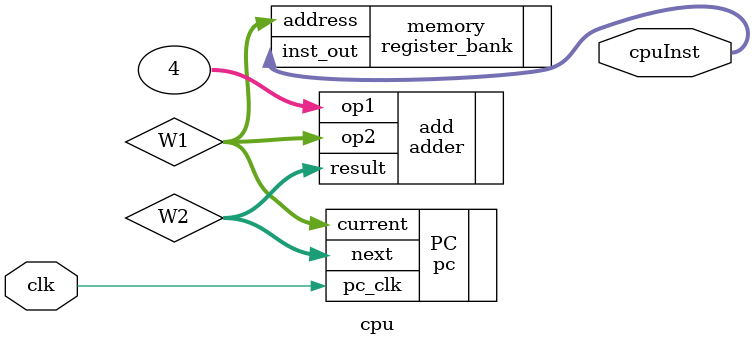
<source format=v>
`timescale 1ns/1ns

module cpu(clk, cpuInst);
  input clk;
  output [31:0] cpuInst;

  wire [31:0] W1, W2;

  pc PC(.pc_clk(clk), .next(W2), .current(W1));
  register_bank memory(.address(W1), .inst_out(cpuInst));
  adder add(.op1(4), .op2(W1), .result(W2));
  

endmodule


</source>
